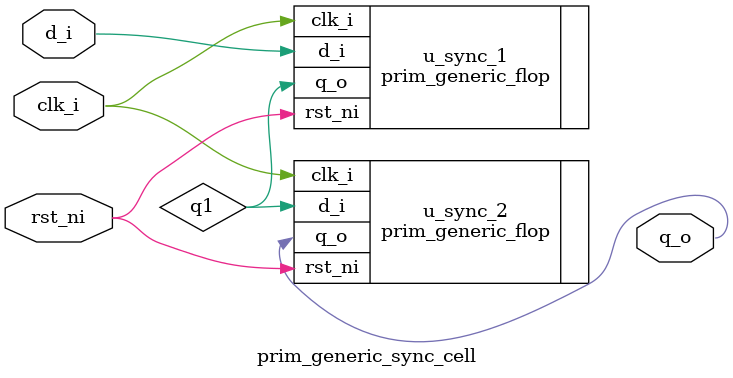
<source format=sv>

`include "prim_assert.sv"

module prim_generic_sync_cell #(
  parameter int               Width      = 1,
  parameter logic [Width-1:0] ResetValue = 0
) (
  input                    clk_i,
  input                    rst_ni,
  input        [Width-1:0] d_i,
  output logic [Width-1:0] q_o
);

  // Since this is already a "generic" implementation,
  // we don't use the primgen'd 'prim_flop' here, but
  // instantiate prim_generic_flop directly.
  logic [Width-1:0] q1;
  prim_generic_flop #(
    .Width(Width),
    .ResetValue(ResetValue)
  ) u_sync_1 (
    .clk_i,
    .rst_ni,
    .d_i,
    .q_o(q1)
  );

  prim_generic_flop #(
    .Width(Width),
    .ResetValue(ResetValue)
  ) u_sync_2 (
    .clk_i,
    .rst_ni,
    .d_i(q1),
    .q_o
  );

endmodule

</source>
